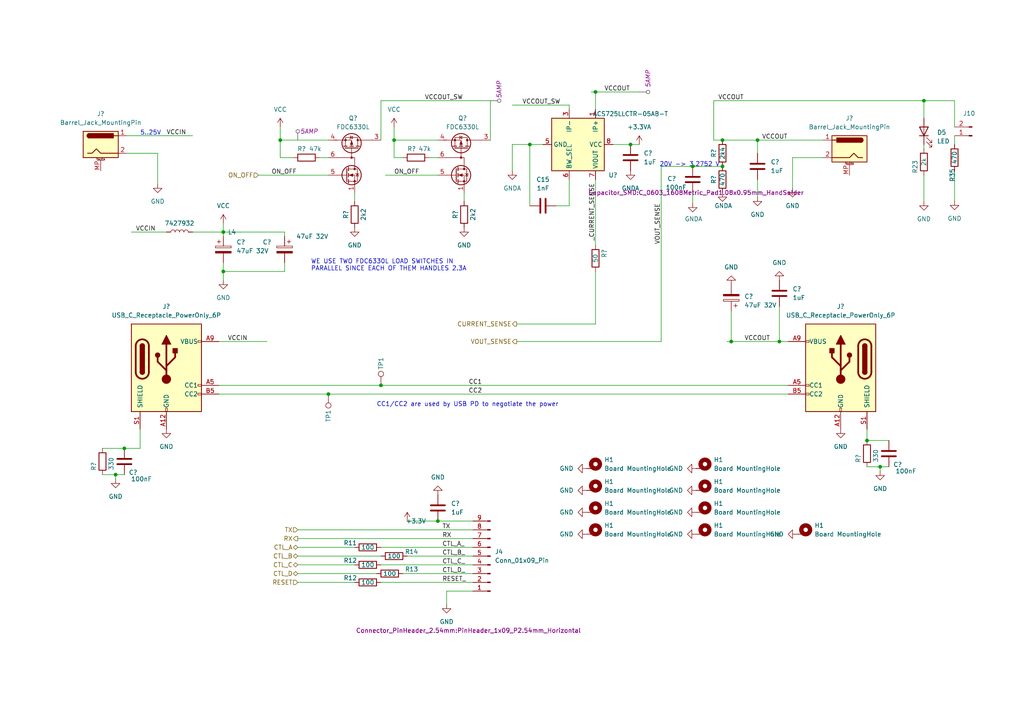
<source format=kicad_sch>
(kicad_sch (version 20230121) (generator eeschema)
  (paper "A4")
  (title_block (title "Board control") (date "2023-06-13") (rev "1.0.0") (company "Red Hat Inc.") (comment 1 "Emerging Technologies"))
  (lib_symbols
    (symbol "Connector:Barrel_Jack_MountingPin" (pin_names hide)
      (property "Reference" "J" (at 0 5.334 0))
      (property "Value" "Barrel_Jack_MountingPin" (at 1.27 -6.35 0))
      (symbol "Barrel_Jack_MountingPin_1_1"
        (text "Mounting" (at 0 -4.191 0) (effects (font (size 0.381 0.381))))
        (pin passive line (at 7.62 2.54 180) (length 2.54) (name "~") (number "1"))
        (pin passive line (at 7.62 -2.54 180) (length 2.54) (name "~") (number "2"))
        (pin passive line (at 0 -7.62 90) (length 3.048) (name "MountPin") (number "MP"))
      )
    )
    (symbol "Connector:Conn_01x02_Pin" (pin_names (offset 1.016) hide)
      (property "Reference" "J" (at 0 2.54 0))
      (property "Value" "Conn_01x02_Pin" (at 0 -5.08 0))
      (symbol "Conn_01x02_Pin_1_1"
        (pin passive line (at 5.08 0 180) (length 3.81) (name "Pin_1") (number "1"))
        (pin passive line (at 5.08 -2.54 180) (length 3.81) (name "Pin_2") (number "2"))
      )
    )
    (symbol "Connector:Conn_01x09_Pin" (pin_names (offset 1.016) hide)
      (property "Reference" "J" (at 0 12.7 0))
      (property "Value" "Conn_01x09_Pin" (at 0 -12.7 0))
      (symbol "Conn_01x09_Pin_1_1"
        (pin passive line (at 5.08 10.16 180) (length 3.81) (name "Pin_1") (number "1"))
        (pin passive line (at 5.08 7.62 180) (length 3.81) (name "Pin_2") (number "2"))
        (pin passive line (at 5.08 5.08 180) (length 3.81) (name "Pin_3") (number "3"))
        (pin passive line (at 5.08 2.54 180) (length 3.81) (name "Pin_4") (number "4"))
        (pin passive line (at 5.08 0 180) (length 3.81) (name "Pin_5") (number "5"))
        (pin passive line (at 5.08 -2.54 180) (length 3.81) (name "Pin_6") (number "6"))
        (pin passive line (at 5.08 -5.08 180) (length 3.81) (name "Pin_7") (number "7"))
        (pin passive line (at 5.08 -7.62 180) (length 3.81) (name "Pin_8") (number "8"))
        (pin passive line (at 5.08 -10.16 180) (length 3.81) (name "Pin_9") (number "9"))
      )
    )
    (symbol "Connector:TestPoint" (pin_numbers hide) (pin_names (offset 0.762) hide)
      (property "Reference" "TP" (at 0 6.858 0))
      (property "Value" "TestPoint" (at 0 5.08 0))
      (symbol "TestPoint_1_1"
        (pin passive line (at 0 0 90) (length 2.54) (name "1") (number "1"))
      )
    )
    (symbol "Connector:USB_C_Receptacle_PowerOnly_6P" (pin_names (offset 1.016))
      (property "Reference" "J" (at 0 16.51 0))
      (property "Value" "USB_C_Receptacle_PowerOnly_6P" (at 0 13.97 0))
      (symbol "USB_C_Receptacle_PowerOnly_6P_1_1"
        (pin passive line (at 0 -17.78 90) (length 5.08) (name "GND") (number "A12"))
        (pin bidirectional line (at 15.24 -5.08 180) (length 5.08) (name "CC1") (number "A5"))
        (pin passive line (at 15.24 7.62 180) (length 5.08) (name "VBUS") (number "A9"))
        (pin passive line (at 0 -17.78 90) (length 5.08) hide (name "GND") (number "B12"))
        (pin bidirectional line (at 15.24 -7.62 180) (length 5.08) (name "CC2") (number "B5"))
        (pin passive line (at 15.24 7.62 180) (length 5.08) hide (name "VBUS") (number "B9"))
        (pin passive line (at -7.62 -17.78 90) (length 5.08) (name "SHIELD") (number "S1"))
      )
    )
    (symbol "Device:C" (pin_numbers hide) (pin_names (offset 0.254))
      (property "Reference" "C" (at 0.635 2.54 0))
      (property "Value" "C" (at 0.635 -2.54 0))
      (symbol "C_1_1"
        (pin passive line (at 0 3.81 270) (length 2.794) (name "~") (number "1"))
        (pin passive line (at 0 -3.81 90) (length 2.794) (name "~") (number "2"))
      )
    )
    (symbol "Device:C_Polarized" (pin_numbers hide) (pin_names (offset 0.254))
      (property "Reference" "C" (at 0.635 2.54 0))
      (property "Value" "C_Polarized" (at 0.635 -2.54 0))
      (symbol "C_Polarized_1_1"
        (pin passive line (at 0 3.81 270) (length 2.794) (name "~") (number "1"))
        (pin passive line (at 0 -3.81 90) (length 2.794) (name "~") (number "2"))
      )
    )
    (symbol "Device:L" (pin_numbers hide) (pin_names (offset 1.016) hide)
      (property "Reference" "L" (at -1.27 0 90))
      (property "Value" "L" (at 1.905 0 90))
      (symbol "L_1_1"
        (pin passive line (at 0 3.81 270) (length 1.27) (name "1") (number "1"))
        (pin passive line (at 0 -3.81 90) (length 1.27) (name "2") (number "2"))
      )
    )
    (symbol "Device:LED" (pin_numbers hide) (pin_names (offset 1.016) hide)
      (property "Reference" "D" (at 0 2.54 0))
      (property "Value" "LED" (at 0 -2.54 0))
      (symbol "LED_1_1"
        (pin passive line (at -3.81 0 0) (length 2.54) (name "K") (number "1"))
        (pin passive line (at 3.81 0 180) (length 2.54) (name "A") (number "2"))
      )
    )
    (symbol "Device:R" (pin_numbers hide) (pin_names (offset 0))
      (property "Reference" "R" (at 2.032 0 90))
      (property "Value" "R" (at 0 0 90))
      (symbol "R_1_1"
        (pin passive line (at 0 3.81 270) (length 1.27) (name "~") (number "1"))
        (pin passive line (at 0 -3.81 90) (length 1.27) (name "~") (number "2"))
      )
    )
    (symbol "MountingHole_1" (pin_names (offset 1.016))
      (property "Reference" "H11" (at 2.54 1.27 0))
      (property "Value" "Board MountingHole" (at 2.54 -1.27 0))
      (symbol "MountingHole_1_1_1"
        (pin passive line (at -2.54 -1.27 0) (length 2.54) (name "") (number "1"))
      )
    )
    (symbol "MountingHole_10" (pin_names (offset 1.016))
      (property "Reference" "H14" (at 2.54 1.27 0))
      (property "Value" "Board MountingHole" (at 2.54 -1.27 0))
      (symbol "MountingHole_10_1_1"
        (pin passive line (at -2.54 -1.27 0) (length 2.54) (name "") (number "1"))
      )
    )
    (symbol "MountingHole_2" (pin_names (offset 1.016))
      (property "Reference" "H5" (at 2.54 1.27 0))
      (property "Value" "Board MountingHole" (at 2.54 -1.27 0))
      (symbol "MountingHole_2_1_1"
        (pin passive line (at -2.54 -1.27 0) (length 2.54) (name "") (number "1"))
      )
    )
    (symbol "MountingHole_3" (pin_names (offset 1.016))
      (property "Reference" "H6" (at 2.54 1.27 0))
      (property "Value" "Board MountingHole" (at 2.54 -1.27 0))
      (symbol "MountingHole_3_1_1"
        (pin passive line (at -2.54 -1.27 0) (length 2.54) (name "") (number "1"))
      )
    )
    (symbol "MountingHole_4" (pin_names (offset 1.016))
      (property "Reference" "H7" (at 2.54 1.27 0))
      (property "Value" "Board MountingHole" (at 2.54 -1.27 0))
      (symbol "MountingHole_4_1_1"
        (pin passive line (at -2.54 -1.27 0) (length 2.54) (name "") (number "1"))
      )
    )
    (symbol "MountingHole_5" (pin_names (offset 1.016))
      (property "Reference" "H8" (at 2.54 1.27 0))
      (property "Value" "Board MountingHole" (at 2.54 -1.27 0))
      (symbol "MountingHole_5_1_1"
        (pin passive line (at -2.54 -1.27 0) (length 2.54) (name "") (number "1"))
      )
    )
    (symbol "MountingHole_6" (pin_names (offset 1.016))
      (property "Reference" "H9" (at 2.54 1.27 0))
      (property "Value" "Board MountingHole" (at 2.54 -1.27 0))
      (symbol "MountingHole_6_1_1"
        (pin passive line (at -2.54 -1.27 0) (length 2.54) (name "") (number "1"))
      )
    )
    (symbol "MountingHole_7" (pin_names (offset 1.016))
      (property "Reference" "H10" (at 2.54 1.27 0))
      (property "Value" "Board MountingHole" (at 2.54 -1.27 0))
      (symbol "MountingHole_7_1_1"
        (pin passive line (at -2.54 -1.27 0) (length 2.54) (name "") (number "1"))
      )
    )
    (symbol "MountingHole_8" (pin_names (offset 1.016))
      (property "Reference" "H12" (at 2.54 1.27 0))
      (property "Value" "Board MountingHole" (at 2.54 -1.27 0))
      (symbol "MountingHole_8_1_1"
        (pin passive line (at -2.54 -1.27 0) (length 2.54) (name "") (number "1"))
      )
    )
    (symbol "Sensor_Current:ACS722xLCTR-20AU"
      (property "Reference" "U" (at 2.54 11.43 0))
      (property "Value" "ACS722xLCTR-20AU" (at 2.54 8.89 0))
      (symbol "ACS722xLCTR-20AU_1_1"
        (pin passive line (at -10.16 5.08 0) (length 2.54) (name "IP+") (number "1"))
        (pin passive line (at -10.16 5.08 0) (length 2.54) hide (name "IP+") (number "2"))
        (pin passive line (at -10.16 -2.54 0) (length 2.54) (name "IP-") (number "3"))
        (pin passive line (at -10.16 -2.54 0) (length 2.54) hide (name "IP-") (number "4"))
        (pin power_in line (at 0 -10.16 90) (length 2.54) (name "GND") (number "5"))
        (pin input line (at 10.16 -2.54 180) (length 2.54) (name "BW_SEL") (number "6"))
        (pin output line (at 10.16 5.08 180) (length 2.54) (name "VIOUT") (number "7"))
        (pin power_in line (at 0 10.16 270) (length 2.54) (name "VCC") (number "8"))
      )
    )
    (symbol "Transistor_FET:FDC6330L" (pin_names hide)
      (property "Reference" "Q" (at 3.175 -1.27 0))
      (property "Value" "FDC6330L" (at 3.175 -3.81 0))
      (symbol "FDC6330L_1_1"
        (pin passive line (at 0 -7.62 90) (length 2.54) (name "S1") (number "1"))
        (pin passive line (at 7.62 7.62 180) (length 2.54) hide (name "D2") (number "2"))
        (pin passive line (at 7.62 7.62 180) (length 2.54) (name "D2") (number "3"))
        (pin passive line (at -7.62 7.62 0) (length 2.54) (name "S2") (number "4"))
        (pin passive line (at -7.62 -2.54 0) (length 2.54) (name "G1") (number "5"))
        (pin passive line (at -7.62 2.54 0) (length 2.54) (name "D1") (number "6"))
      )
    )
    (symbol "power:+3.3V" (power) (pin_names (offset 0))
      (property "Value" "+3.3V" (at 0 3.556 0))
      (symbol "+3.3V_1_1"
        (pin power_in line (at 0 0 90) (length 0) hide (name "+3.3V") (number "1"))
      )
    )
    (symbol "power:+3.3VA" (power) (pin_names (offset 0))
      (property "Value" "+3.3VA" (at 0 3.556 0))
      (symbol "+3.3VA_1_1"
        (pin power_in line (at 0 0 90) (length 0) hide (name "+3.3VA") (number "1"))
      )
    )
    (symbol "power:GND" (power) (pin_names (offset 0))
      (property "Value" "GND" (at 0 -3.81 0))
      (symbol "GND_1_1"
        (pin power_in line (at 0 0 270) (length 0) hide (name "GND") (number "1"))
      )
    )
    (symbol "power:GNDA" (power) (pin_names (offset 0))
      (property "Value" "GNDA" (at 0 -3.81 0))
      (symbol "GNDA_1_1"
        (pin power_in line (at 0 0 270) (length 0) hide (name "GNDA") (number "1"))
      )
    )
    (symbol "power:VCC" (power) (pin_names (offset 0))
      (property "Value" "VCC" (at 0 3.81 0))
      (symbol "VCC_1_1"
        (pin power_in line (at 0 0 90) (length 0) hide (name "VCC") (number "1"))
      )
    )
  )
  (junction (at 172.72 26.67))
  (junction (at 114.3 40.64))
  (junction (at 255.27 135.382))
  (junction (at 267.97 29.21))
  (junction (at 95.25 114.3))
  (junction (at 251.46 127.762))
  (junction (at 110.49 111.76))
  (junction (at 64.77 78.74))
  (junction (at 226.06 99.06))
  (junction (at 81.28 40.64))
  (junction (at 209.55 48.26))
  (junction (at 200.914 48.26))
  (junction (at 127 151.13))
  (junction (at 212.09 99.06))
  (junction (at 219.71 40.64))
  (junction (at 64.77 67.31))
  (junction (at 33.528 137.668))
  (junction (at 153.67 41.91))
  (junction (at 182.88 41.91))
  (junction (at 36.068 130.048))
  (junction (at 209.55 40.64))
  (wire (pts (xy 110.49 29.21) (xy 142.24 29.21)))
  (wire (pts (xy 38.1 67.31) (xy 48.26 67.31)))
  (wire (pts (xy 177.8 41.91) (xy 182.88 41.91)))
  (wire (pts (xy 102.87 55.88) (xy 102.87 58.42)))
  (wire (pts (xy 29.718 137.668) (xy 33.528 137.668)))
  (wire (pts (xy 64.77 67.31) (xy 64.77 68.58)))
  (wire (pts (xy 171.45 26.67) (xy 172.72 26.67)))
  (wire (pts (xy 118.11 151.13) (xy 127 151.13)))
  (wire (pts (xy 86.36 163.83) (xy 102.87 163.83)))
  (wire (pts (xy 64.77 78.74) (xy 64.77 81.28)))
  (wire (pts (xy 36.068 130.048) (xy 40.64 130.048)))
  (wire (pts (xy 165.1 30.48) (xy 148.59 30.48)))
  (wire (pts (xy 33.528 137.668) (xy 36.068 137.668)))
  (wire (pts (xy 172.72 26.67) (xy 185.42 26.67)))
  (wire (pts (xy 182.88 41.91) (xy 185.42 41.91)))
  (wire (pts (xy 137.16 171.45) (xy 129.54 171.45)))
  (wire (pts (xy 86.36 156.21) (xy 137.16 156.21)))
  (wire (pts (xy 36.83 44.45) (xy 45.72 44.45)))
  (wire (pts (xy 63.5 99.06) (xy 77.47 99.06)))
  (wire (pts (xy 212.09 90.17) (xy 212.09 99.06)))
  (wire (pts (xy 276.86 39.37) (xy 276.86 41.91)))
  (wire (pts (xy 64.77 76.2) (xy 64.77 78.74)))
  (wire (pts (xy 111.76 50.8) (xy 127 50.8)))
  (wire (pts (xy 276.86 36.83) (xy 276.86 29.21)))
  (wire (pts (xy 81.28 40.64) (xy 81.28 36.83)))
  (wire (pts (xy 55.88 67.31) (xy 64.77 67.31)))
  (wire (pts (xy 207.01 29.21) (xy 207.01 40.64)))
  (wire (pts (xy 207.01 29.21) (xy 267.97 29.21)))
  (wire (pts (xy 276.86 58.293) (xy 276.86 49.53)))
  (wire (pts (xy 81.28 45.72) (xy 81.28 40.64)))
  (wire (pts (xy 267.97 34.29) (xy 267.97 29.21)))
  (wire (pts (xy 212.09 99.06) (xy 226.06 99.06)))
  (wire (pts (xy 86.36 161.29) (xy 110.49 161.29)))
  (wire (pts (xy 45.72 44.45) (xy 45.72 53.34)))
  (wire (pts (xy 110.49 40.64) (xy 110.49 29.21)))
  (wire (pts (xy 172.72 52.07) (xy 172.72 71.12)))
  (wire (pts (xy 153.67 41.91) (xy 153.67 59.69)))
  (wire (pts (xy 33.528 137.668) (xy 33.528 138.938)))
  (wire (pts (xy 134.62 55.88) (xy 134.62 58.42)))
  (wire (pts (xy 114.3 45.72) (xy 114.3 40.64)))
  (wire (pts (xy 63.5 114.3) (xy 95.25 114.3)))
  (wire (pts (xy 255.27 135.382) (xy 255.27 136.652)))
  (wire (pts (xy 124.46 45.72) (xy 127 45.72)))
  (wire (pts (xy 209.55 48.26) (xy 200.914 48.26)))
  (wire (pts (xy 157.48 41.91) (xy 153.67 41.91)))
  (wire (pts (xy 129.54 171.45) (xy 129.54 175.26)))
  (wire (pts (xy 114.3 36.83) (xy 114.3 40.64)))
  (wire (pts (xy 74.93 50.8) (xy 95.25 50.8)))
  (wire (pts (xy 191.77 99.06) (xy 149.86 99.06)))
  (wire (pts (xy 118.11 161.29) (xy 137.16 161.29)))
  (wire (pts (xy 267.97 50.8) (xy 267.97 58.42)))
  (wire (pts (xy 191.77 48.26) (xy 200.914 48.26)))
  (wire (pts (xy 207.01 40.64) (xy 209.55 40.64)))
  (wire (pts (xy 110.49 111.76) (xy 228.6 111.76)))
  (wire (pts (xy 40.64 124.46) (xy 40.64 130.048)))
  (wire (pts (xy 219.71 40.64) (xy 238.76 40.64)))
  (wire (pts (xy 165.1 31.75) (xy 165.1 30.48)))
  (wire (pts (xy 86.36 168.91) (xy 102.87 168.91)))
  (wire (pts (xy 267.97 41.91) (xy 267.97 43.18)))
  (wire (pts (xy 82.55 68.58) (xy 82.55 67.31)))
  (wire (pts (xy 116.84 45.72) (xy 114.3 45.72)))
  (wire (pts (xy 116.84 166.37) (xy 137.16 166.37)))
  (wire (pts (xy 219.71 52.07) (xy 219.71 57.15)))
  (wire (pts (xy 172.72 26.67) (xy 172.72 31.75)))
  (wire (pts (xy 191.77 48.26) (xy 191.77 99.06)))
  (wire (pts (xy 29.718 130.048) (xy 36.068 130.048)))
  (wire (pts (xy 64.77 78.74) (xy 82.55 78.74)))
  (wire (pts (xy 255.27 135.382) (xy 257.81 135.382)))
  (wire (pts (xy 114.3 40.64) (xy 127 40.64)))
  (wire (pts (xy 82.55 67.31) (xy 64.77 67.31)))
  (wire (pts (xy 148.59 41.91) (xy 148.59 49.53)))
  (wire (pts (xy 172.72 93.98) (xy 172.72 78.74)))
  (wire (pts (xy 36.83 39.37) (xy 55.88 39.37)))
  (wire (pts (xy 251.46 124.46) (xy 251.46 127.762)))
  (wire (pts (xy 200.914 58.928) (xy 200.914 55.88)))
  (wire (pts (xy 219.71 40.64) (xy 219.71 44.45)))
  (wire (pts (xy 153.67 41.91) (xy 148.59 41.91)))
  (wire (pts (xy 251.46 127.762) (xy 257.81 127.762)))
  (wire (pts (xy 142.24 29.21) (xy 142.24 40.64)))
  (wire (pts (xy 85.09 45.72) (xy 81.28 45.72)))
  (wire (pts (xy 63.5 111.76) (xy 110.49 111.76)))
  (wire (pts (xy 81.28 40.64) (xy 95.25 40.64)))
  (wire (pts (xy 238.76 45.72) (xy 229.87 45.72)))
  (wire (pts (xy 110.49 163.83) (xy 137.16 163.83)))
  (wire (pts (xy 210.82 99.06) (xy 212.09 99.06)))
  (wire (pts (xy 92.71 45.72) (xy 95.25 45.72)))
  (wire (pts (xy 64.77 64.77) (xy 64.77 67.31)))
  (wire (pts (xy 226.06 88.9) (xy 226.06 99.06)))
  (wire (pts (xy 110.49 168.91) (xy 137.16 168.91)))
  (wire (pts (xy 149.86 93.98) (xy 172.72 93.98)))
  (wire (pts (xy 276.86 29.21) (xy 267.97 29.21)))
  (wire (pts (xy 251.46 135.382) (xy 255.27 135.382)))
  (wire (pts (xy 95.25 114.3) (xy 228.6 114.3)))
  (wire (pts (xy 86.36 158.75) (xy 102.87 158.75)))
  (wire (pts (xy 86.36 166.37) (xy 109.22 166.37)))
  (wire (pts (xy 127 151.13) (xy 137.16 151.13)))
  (wire (pts (xy 82.55 76.2) (xy 82.55 78.74)))
  (wire (pts (xy 228.6 99.06) (xy 226.06 99.06)))
  (wire (pts (xy 110.49 158.75) (xy 137.16 158.75)))
  (wire (pts (xy 161.29 59.69) (xy 165.1 59.69)))
  (wire (pts (xy 229.87 45.72) (xy 229.87 54.61)))
  (wire (pts (xy 86.36 153.67) (xy 137.16 153.67)))
  (wire (pts (xy 165.1 59.69) (xy 165.1 52.07)))
  (wire (pts (xy 209.55 40.64) (xy 219.71 40.64)))
  (text "WE USE TWO FDC6330L LOAD SWITCHES IN\nPARALLEL SINCE EACH OF THEM HANDLES 2.3A" (at 90.17 78.74 0) (effects (font (size 1.27 1.27)) (justify left bottom)))
  (text "5..25V" (at 40.64 39.37 0) (effects (font (size 1.27 1.27)) (justify left bottom)))
  (text "CC1/CC2 are used by USB PD to negotiate the power\n" (at 109.22 118.11 0) (effects (font (size 1.27 1.27)) (justify left bottom)))
  (text "20V -> 3,2752 V" (at 191.262 48.514 0) (effects (font (size 1.27 1.27)) (justify left bottom)))
  (label "CTL_A_" (at 128.27 158.75 0))
  (label "VCCIN" (at 39.37 67.31 0))
  (label "VCCOUT" (at 215.9 99.06 0))
  (label "VCCOUT" (at 175.26 26.67 0))
  (label "CTL_C_" (at 128.27 163.83 0))
  (label "CTL_B_" (at 128.27 161.29 0))
  (label "VCCOUT_SW" (at 162.56 30.48 180))
  (label "RESET_" (at 128.27 168.91 0))
  (label "TX" (at 128.27 153.67 0))
  (label "RX" (at 128.27 156.21 0))
  (label "VCCOUT" (at 220.98 40.64 0))
  (label "VCCOUT" (at 208.28 29.21 0))
  (label "_CURRENT_SENSE" (at 172.72 69.85 90))
  (label "VCCIN" (at 48.26 39.37 0))
  (label "ON_OFF" (at 114.3 50.8 0))
  (label "CC2" (at 135.89 114.3 0))
  (label "CTL_D_" (at 128.27 166.37 0))
  (label "ON_OFF" (at 78.74 50.8 0))
  (label "VCCIN" (at 66.04 99.06 0))
  (label "VOUT_SENSE" (at 191.77 70.866 90))
  (label "VCCOUT_SW" (at 123.19 29.21 0))
  (label "CC1" (at 135.89 111.76 0))
  (hierarchical_label "CTL_A" (shape bidirectional) (at 86.36 158.75 180))
  (hierarchical_label "CTL_C" (shape bidirectional) (at 86.36 163.83 180))
  (hierarchical_label "RESET" (shape input) (at 86.36 168.91 180))
  (hierarchical_label "CTL_D" (shape bidirectional) (at 86.36 166.37 180))
  (hierarchical_label "CURRENT_SENSE" (shape output) (at 149.86 93.98 180))
  (hierarchical_label "CTL_B" (shape bidirectional) (at 86.36 161.29 180))
  (hierarchical_label "TX" (shape input) (at 86.36 153.67 180))
  (hierarchical_label "VOUT_SENSE" (shape output) (at 149.86 99.06 180))
  (hierarchical_label "RX" (shape output) (at 86.36 156.21 180))
  (hierarchical_label "ON_OFF" (shape input) (at 74.93 50.8 180))
  (netclass_flag "" (length 2.54) (shape round) (at 86.36 40.64 0) (property "Netclass" "5AMP" (at 87.0585 38.1 0) (effects (font italic) (justify left))))
  (netclass_flag "" (length 2.54) (shape round) (at 142.24 29.21 270) (property "Netclass" "5AMP" (at 144.78 28.5115 90) (effects (font italic) (justify left))))
  (netclass_flag "" (length 2.54) (shape round) (at 185.42 26.67 270) (property "Netclass" "5AMP" (at 187.96 25.4 90) (effects (font italic) (justify left))))
  (symbol (lib_id "power:+3.3V") (at 118.11 151.13 0) (unit 1)
    (property "Reference" "#PWR027" (effects hide))
    (property "Value" "+3.3V" (at 120.65 151.13 0))
    (instances (project "dutlink" (path "" (reference "#PWR027") (unit 1)) (path "" (reference "#PWR098") (unit 1))))
  )
  (symbol (lib_id "power:GND") (at 243.84 124.46 0) (unit 1)
    (property "Reference" "#PWR?" (effects hide))
    (property "Value" "GND" (at 243.84 129.54 0))
    (instances (project "dutlink" (path "" (reference "#PWR?") (unit 1)) (path "" (reference "#PWR044") (unit 1))))
  )
  (symbol (lib_id "Device:C_Polarized") (at 82.55 72.39 0) (mirror y) (unit 1)
    (property "Reference" "C?" (at 78.74 70.231 0) (effects (justify left)))
    (property "Value" "47uF 32V" (at 95.25 68.58 0) (effects (justify left)))
    (property "Footprint" "Capacitor_SMD:CP_Elec_6.3x5.4_Nichicon" (effects hide))
    (instances (project "dutlink" (path "" (reference "C?") (unit 1)) (path "" (reference "C27") (unit 1))))
  )
  (symbol (lib_id "Connector:TestPoint") (at 95.25 114.3 180) (unit 1)
    (property "Reference" "TP1" (at 95.25 120.65 90))
    (property "Value" "TestPoint" (effects hide))
    (property "Footprint" "TestPoint:TestPoint_Pad_D1.0mm" (effects hide))
    (instances (project "dutlink" (path "" (reference "TP1") (unit 1)) (path "" (reference "TP13") (unit 1))))
  )
  (symbol (lib_id "Device:R") (at 113.03 166.37 90) (unit 1)
    (property "Reference" "R13" (at 119.38 165.1 90))
    (property "Value" "100" (at 113.03 166.37 90))
    (property "Footprint" "Resistor_SMD:R_0603_1608Metric" (effects hide))
  )
  (symbol (lib_id "power:GNDA") (at 209.55 55.88 0) (unit 1)
    (property "Reference" "#PWR?" (effects hide))
    (property "Value" "GNDA" (at 209.804 59.69 0))
    (instances (project "dutlink" (path "" (reference "#PWR?") (unit 1)) (path "" (reference "#PWR024") (unit 1))))
  )
  (symbol (lib_id "power:GND") (at 134.62 66.04 0) (unit 1)
    (property "Reference" "#PWR?" (effects hide))
    (property "Value" "GND" (at 134.62 71.12 0))
    (instances (project "dutlink" (path "" (reference "#PWR?") (unit 1)) (path "" (reference "#PWR020") (unit 1))))
  )
  (symbol (lib_id "Device:C") (at 226.06 85.09 0) (unit 1)
    (property "Reference" "C?" (at 229.87 83.82 0) (effects (justify left)))
    (property "Value" "1uF" (at 229.87 86.36 0) (effects (justify left)))
    (property "Footprint" "Capacitor_SMD:C_0603_1608Metric_Pad1.08x0.95mm_HandSolder" (effects hide))
    (instances (project "dutlink" (path "" (reference "C?") (unit 1)) (path "" (reference "C12") (unit 1))))
  )
  (symbol (lib_id "Connector:Conn_01x02_Pin") (at 281.94 39.37 180) (unit 1)
    (property "Reference" "J10" (at 279.273 32.893 0) (effects (justify right)))
    (property "Value" "Conn_01x02_Pin" (effects hide))
    (property "Footprint" "Connector_PinHeader_2.54mm:PinHeader_1x02_P2.54mm_Vertical" (effects hide))
    (instances (project "dutlink" (path "" (reference "J10") (unit 1)) (path "" (reference "J16") (unit 1))))
  )
  (symbol (lib_id "Device:R") (at 209.55 44.45 180) (unit 1)
    (property "Reference" "R?" (at 207.01 44.45 90))
    (property "Value" "2k4" (at 209.55 44.45 90))
    (property "Footprint" "Resistor_SMD:R_0603_1608Metric" (effects hide))
    (instances (project "dutlink" (path "" (reference "R?") (unit 1)) (path "" (reference "R8") (unit 1))))
  )
  (symbol (lib_name "MountingHole_4") (lib_id "Mechanical:MountingHole") (at 172.72 153.67 0) (unit 1)
    (property "Reference" "H1" (at 175.26 152.4 0) (effects (justify left)))
    (property "Value" "Board MountingHole" (at 175.26 154.94 0) (effects (justify left)))
    (property "Footprint" "MountingHole:MountingHole_2.7mm_M2.5_Pad_Via" (effects hide))
    (instances (project "dutlink" (path "" (reference "H1") (unit 1)) (path "" (reference "H7") (unit 1))))
  )
  (symbol (lib_id "power:VCC") (at 114.3 36.83 0) (unit 1)
    (property "Reference" "#PWR?" (effects hide))
    (property "Value" "VCC" (at 114.3 31.75 0))
    (instances (project "dutlink" (path "" (reference "#PWR?") (unit 1)) (path "" (reference "#PWR019") (unit 1))))
  )
  (symbol (lib_name "MountingHole_1") (lib_id "Mechanical:MountingHole") (at 172.72 134.62 0) (unit 1)
    (property "Reference" "H1" (at 175.26 133.35 0) (effects (justify left)))
    (property "Value" "Board MountingHole" (at 175.26 135.89 0) (effects (justify left)))
    (property "Footprint" "MountingHole:MountingHole_2.7mm_M2.5_Pad_Via" (effects hide))
    (instances (project "dutlink" (path "" (reference "H1") (unit 1)) (path "" (reference "H11") (unit 1))))
  )
  (symbol (lib_id "Transistor_FET:FDC6330L") (at 102.87 48.26 0) (unit 1)
    (property "Reference" "Q?" (at 102.4255 34.29 0))
    (property "Value" "FDC6330L" (at 102.4255 36.83 0))
    (property "Footprint" "Package_TO_SOT_SMD:TSOT-23-6" (effects hide))
    (property "Datasheet" "https://www.onsemi.com/pub/Collateral/FDC6330L-D.PDF" (effects hide))
    (instances (project "dutlink" (path "" (reference "Q?") (unit 1)) (path "" (reference "Q1") (unit 1))))
  )
  (symbol (lib_id "Device:L") (at 52.07 67.31 90) (unit 1)
    (property "Reference" "L4" (at 67.31 67.31 90))
    (property "Value" "7427932" (at 52.07 64.77 90))
    (property "Footprint" "FOOTPRINTS:7427932" (effects hide))
    (property "Datasheet" "https://www.we-online.com/components/products/datasheet/7427932.pdf" (effects hide))
    (property "Description" "Wurth 7427932 Inductor" (effects hide))
    (property "Link" "https://www2.mouser.com/ProductDetail/Wurth-Elektronik/7427932?qs=E%2F%2FhvbtCqpMraVkI3KrIPA%3D%3D" (effects hide))
    (property "MFN" "7427932" (effects hide))
    (property "MPN" "7427932" (effects hide))
    (instances (project "dutlink" (path "" (reference "L4") (unit 1)) (path "" (reference "L2") (unit 1))))
  )
  (symbol (lib_name "MountingHole_5") (lib_id "Mechanical:MountingHole") (at 204.47 134.62 0) (unit 1)
    (property "Reference" "H1" (at 207.01 133.35 0) (effects (justify left)))
    (property "Value" "Board MountingHole" (at 207.01 135.89 0) (effects (justify left)))
    (property "Footprint" "MountingHole:MountingHole_2.7mm_M2.5_Pad_Via" (effects hide))
    (instances (project "dutlink" (path "" (reference "H1") (unit 1)) (path "" (reference "H8") (unit 1))))
  )
  (symbol (lib_id "power:GND") (at 226.06 81.28 180) (unit 1)
    (property "Reference" "#PWR?" (effects hide))
    (property "Value" "GND" (at 226.06 76.2 0))
    (instances (project "dutlink" (path "" (reference "#PWR?") (unit 1)) (path "" (reference "#PWR042") (unit 1))))
  )
  (symbol (lib_id "power:GND") (at 33.528 138.938 0) (unit 1)
    (property "Reference" "#PWR079" (effects hide))
    (property "Value" "GND" (at 33.528 144.018 0))
    (instances (project "dutlink" (path "" (reference "#PWR079") (unit 1)) (path "" (reference "#PWR0100") (unit 1))))
  )
  (symbol (lib_name "MountingHole_10") (lib_id "Mechanical:MountingHole") (at 233.68 153.67 0) (unit 1)
    (property "Reference" "H1" (at 236.22 152.4 0) (effects (justify left)))
    (property "Value" "Board MountingHole" (at 236.22 154.94 0) (effects (justify left)))
    (property "Footprint" "MountingHole:MountingHole_2.7mm_M2.5_Pad_Via" (effects hide))
    (instances (project "dutlink" (path "" (reference "H1") (unit 1)) (path "" (reference "H14") (unit 1))))
  )
  (symbol (lib_id "Transistor_FET:FDC6330L") (at 134.62 48.26 0) (unit 1)
    (property "Reference" "Q?" (at 134.1755 34.29 0))
    (property "Value" "FDC6330L" (at 134.1755 36.83 0))
    (property "Footprint" "Package_TO_SOT_SMD:TSOT-23-6" (effects hide))
    (property "Datasheet" "https://www.onsemi.com/pub/Collateral/FDC6330L-D.PDF" (effects hide))
    (instances (project "dutlink" (path "" (reference "Q?") (unit 1)) (path "" (reference "Q2") (unit 1))))
  )
  (symbol (lib_id "power:GND") (at 201.93 148.59 270) (unit 1)
    (property "Reference" "#PWR?" (effects hide))
    (property "Value" "GND" (at 198.12 148.59 90) (effects (justify right)))
    (instances (project "dutlink" (path "" (reference "#PWR?") (unit 1)) (path "" (reference "#PWR086") (unit 1))))
  )
  (symbol (lib_id "Connector:USB_C_Receptacle_PowerOnly_6P") (at 48.26 106.68 0) (unit 1)
    (property "Reference" "J?" (at 48.26 88.9 0))
    (property "Value" "USB_C_Receptacle_PowerOnly_6P" (at 48.26 91.44 0))
    (property "Footprint" "FOOTPRINTS:USB_C_Receptacle_G-Switch_GT-USB-7010ASV_fix" (effects hide))
    (property "Datasheet" "https://www.usb.org/sites/default/files/documents/usb_type-c.zip" (effects hide))
    (instances (project "dutlink" (path "" (reference "J?") (unit 1)) (path "" (reference "J1") (unit 1))))
  )
  (symbol (lib_id "Device:C") (at 257.81 131.572 0) (unit 1)
    (property "Reference" "C?" (at 259.08 134.747 0) (effects (justify left)))
    (property "Value" "100nF" (at 259.715 136.652 0) (effects (justify left)))
    (property "Footprint" "Capacitor_SMD:C_0402_1005Metric" (effects hide))
    (property "MPN" "CL05B104K05NNNC" (effects hide))
    (property "MPN2" "TCC0402X7R104M160AT" (effects hide))
    (property "MFN" "CL10B104KB8NNNC" (effects hide))
    (instances (project "dutlink" (path "" (reference "C?") (unit 1)) (path "" (reference "C34") (unit 1)) (path "" (reference "C23") (unit 1))))
  )
  (symbol (lib_id "power:GND") (at 45.72 53.34 0) (unit 1)
    (property "Reference" "#PWR?" (effects hide))
    (property "Value" "GND" (at 45.72 58.42 0))
    (instances (project "dutlink" (path "" (reference "#PWR?") (unit 1)) (path "" (reference "#PWR01") (unit 1))))
  )
  (symbol (lib_id "Device:R") (at 267.97 46.99 180) (unit 1)
    (property "Reference" "R23" (at 265.43 48.387 90))
    (property "Value" "2k" (at 267.97 46.99 90))
    (property "Footprint" "Resistor_SMD:R_0603_1608Metric" (effects hide))
    (instances (project "dutlink" (path "" (reference "R23") (unit 1)) (path "" (reference "R24") (unit 1))))
  )
  (symbol (lib_name "MountingHole_2") (lib_id "Mechanical:MountingHole") (at 172.72 140.97 0) (unit 1)
    (property "Reference" "H1" (at 175.26 139.7 0) (effects (justify left)))
    (property "Value" "Board MountingHole" (at 175.26 142.24 0) (effects (justify left)))
    (property "Footprint" "MountingHole:MountingHole_2.7mm_M2.5_Pad_Via" (effects hide))
    (instances (project "dutlink" (path "" (reference "H1") (unit 1)) (path "" (reference "H5") (unit 1))))
  )
  (symbol (lib_id "Device:R") (at 88.9 45.72 90) (unit 1)
    (property "Reference" "R?" (at 87.503 43.18 90))
    (property "Value" "47k" (at 91.44 43.18 90))
    (property "Footprint" "Resistor_SMD:R_0603_1608Metric" (effects hide))
    (instances (project "dutlink" (path "" (reference "R?") (unit 1)) (path "" (reference "R3") (unit 1))))
  )
  (symbol (lib_id "Device:R") (at 29.718 133.858 180) (unit 1)
    (property "Reference" "R?" (at 27.178 135.255 90))
    (property "Value" "330" (at 32.258 134.493 90))
    (property "Footprint" "Resistor_SMD:R_0402_1005Metric" (effects hide))
    (property "MFN" "RTT02331JTH" (effects hide))
    (property "MPN" "RTT02331JTH" (effects hide))
    (instances (project "dutlink" (path "" (reference "R?") (unit 1)) (path "" (reference "R17") (unit 1)) (path "" (reference "R114") (unit 1))))
  )
  (symbol (lib_id "power:GND") (at 229.87 54.61 0) (mirror y) (unit 1)
    (property "Reference" "#PWR?" (effects hide))
    (property "Value" "GND" (at 229.87 59.69 0))
    (instances (project "dutlink" (path "" (reference "#PWR?") (unit 1)) (path "" (reference "#PWR026") (unit 1))))
  )
  (symbol (lib_id "power:VCC") (at 64.77 64.77 0) (unit 1)
    (property "Reference" "#PWR?" (effects hide))
    (property "Value" "VCC" (at 64.77 59.69 0))
    (instances (project "dutlink" (path "" (reference "#PWR?") (unit 1)) (path "" (reference "#PWR02") (unit 1))))
  )
  (symbol (lib_id "power:GND") (at 201.93 135.89 270) (unit 1)
    (property "Reference" "#PWR?" (effects hide))
    (property "Value" "GND" (at 198.12 135.89 90) (effects (justify right)))
    (instances (project "dutlink" (path "" (reference "#PWR?") (unit 1)) (path "" (reference "#PWR084") (unit 1))))
  )
  (symbol (lib_id "Device:C") (at 200.914 52.07 0) (unit 1)
    (property "Reference" "C?" (at 193.548 51.816 0) (effects (justify left)))
    (property "Value" "100nF" (at 193.04 54.356 0) (effects (justify left)))
    (property "Footprint" "Capacitor_SMD:C_0603_1608Metric_Pad1.08x0.95mm_HandSolder" (at 201.8792 55.88 0))
    (instances (project "dutlink" (path "" (reference "C?") (unit 1)) (path "" (reference "C13") (unit 1))))
  )
  (symbol (lib_id "Device:C") (at 182.88 45.72 0) (unit 1)
    (property "Reference" "C?" (at 186.69 44.45 0) (effects (justify left)))
    (property "Value" "1uF" (at 186.69 46.99 0) (effects (justify left)))
    (property "Footprint" "Capacitor_SMD:C_0603_1608Metric_Pad1.08x0.95mm_HandSolder" (effects hide))
    (instances (project "dutlink" (path "" (reference "C?") (unit 1)) (path "" (reference "C6") (unit 1))))
  )
  (symbol (lib_id "Device:R") (at 209.55 52.07 180) (unit 1)
    (property "Reference" "R?" (at 207.01 52.07 90))
    (property "Value" "470" (at 209.55 52.07 90))
    (property "Footprint" "Resistor_SMD:R_0603_1608Metric" (effects hide))
    (instances (project "dutlink" (path "" (reference "R?") (unit 1)) (path "" (reference "R9") (unit 1))))
  )
  (symbol (lib_id "power:GND") (at 127 143.51 180) (unit 1)
    (property "Reference" "#PWR?" (effects hide))
    (property "Value" "GND" (at 127 138.43 0))
    (instances (project "dutlink" (path "" (reference "#PWR?") (unit 1)) (path "" (reference "#PWR099") (unit 1))))
  )
  (symbol (lib_id "Connector:TestPoint") (at 110.49 111.76 0) (unit 1)
    (property "Reference" "TP1" (at 110.49 105.41 90))
    (property "Value" "TestPoint" (effects hide))
    (property "Footprint" "TestPoint:TestPoint_Pad_D1.0mm" (effects hide))
    (instances (project "dutlink" (path "" (reference "TP1") (unit 1)) (path "" (reference "TP12") (unit 1))))
  )
  (symbol (lib_id "Device:R") (at 172.72 74.93 0) (unit 1)
    (property "Reference" "R?" (at 175.26 73.533 90))
    (property "Value" "50" (at 172.72 74.93 90))
    (property "Footprint" "Resistor_SMD:R_0603_1608Metric" (effects hide))
    (instances (project "dutlink" (path "" (reference "R?") (unit 1)) (path "" (reference "R7") (unit 1))))
  )
  (symbol (lib_id "Connector:Conn_01x09_Pin") (at 142.24 161.29 180) (unit 1)
    (property "Reference" "J4" (at 143.51 160.02 0) (effects (justify right)))
    (property "Value" "Conn_01x09_Pin" (at 143.51 162.56 0) (effects (justify right)))
    (property "Footprint" "Connector_PinHeader_2.54mm:PinHeader_1x09_P2.54mm_Horizontal" (at 135.89 182.88 0))
  )
  (symbol (lib_id "Connector:Barrel_Jack_MountingPin") (at 29.21 41.91 0) (unit 1)
    (property "Reference" "J?" (at 29.21 33.02 0))
    (property "Value" "Barrel_Jack_MountingPin" (at 29.21 35.56 0))
    (property "Footprint" "Connector_BarrelJack:BarrelJack_Horizontal" (effects hide))
    (instances (project "dutlink" (path "" (reference "J?") (unit 1)) (path "" (reference "J2") (unit 1))))
  )
  (symbol (lib_id "power:VCC") (at 81.28 36.83 0) (unit 1)
    (property "Reference" "#PWR?" (effects hide))
    (property "Value" "VCC" (at 81.28 31.75 0))
    (instances (project "dutlink" (path "" (reference "#PWR?") (unit 1)) (path "" (reference "#PWR04") (unit 1))))
  )
  (symbol (lib_id "power:GNDA") (at 182.88 49.53 0) (unit 1)
    (property "Reference" "#PWR?" (effects hide))
    (property "Value" "GNDA" (at 182.88 54.61 0))
    (instances (project "dutlink" (path "" (reference "#PWR?") (unit 1)) (path "" (reference "#PWR022") (unit 1))))
  )
  (symbol (lib_id "power:GND") (at 231.14 154.94 270) (unit 1)
    (property "Reference" "#PWR?" (effects hide))
    (property "Value" "GND" (at 227.33 154.94 90) (effects (justify right)))
    (instances (project "dutlink" (path "" (reference "#PWR?") (unit 1)) (path "" (reference "#PWR082") (unit 1))))
  )
  (symbol (lib_id "Sensor_Current:ACS722xLCTR-20AU") (at 167.64 41.91 270) (unit 1)
    (property "Reference" "U?" (at 177.8 50.8 90))
    (property "Value" "ACS725LLCTR-05AB-T" (at 182.88 33.02 90))
    (property "Footprint" "Package_SO:SOIC-8_3.9x4.9mm_P1.27mm" (effects hide))
    (property "Datasheet" "http://www.allegromicro.com/~/media/Files/Datasheets/ACS722-Datasheet.ashx?la=en" (effects hide))
    (instances (project "dutlink" (path "" (reference "U?") (unit 1)) (path "" (reference "U4") (unit 1))))
  )
  (symbol (lib_id "power:GND") (at 102.87 66.04 0) (unit 1)
    (property "Reference" "#PWR?" (effects hide))
    (property "Value" "GND" (at 102.87 71.12 0))
    (instances (project "dutlink" (path "" (reference "#PWR?") (unit 1)) (path "" (reference "#PWR018") (unit 1))))
  )
  (symbol (lib_id "Connector:Barrel_Jack_MountingPin") (at 246.38 43.18 0) (mirror y) (unit 1)
    (property "Reference" "J?" (at 246.38 34.29 0))
    (property "Value" "Barrel_Jack_MountingPin" (at 246.38 36.83 0))
    (property "Footprint" "Connector_BarrelJack:BarrelJack_Horizontal" (effects hide))
    (instances (project "dutlink" (path "" (reference "J?") (unit 1)) (path "" (reference "J3") (unit 1))))
  )
  (symbol (lib_id "Device:R") (at 106.68 168.91 90) (unit 1)
    (property "Reference" "R12" (at 101.6 167.64 90))
    (property "Value" "100" (at 106.68 168.91 90))
    (property "Footprint" "Resistor_SMD:R_0603_1608Metric" (effects hide))
    (instances (project "dutlink" (path "" (reference "R12") (unit 1)) (path "" (reference "R31") (unit 1))))
  )
  (symbol (lib_id "power:GND") (at 64.77 81.28 0) (unit 1)
    (property "Reference" "#PWR?" (effects hide))
    (property "Value" "GND" (at 64.77 86.36 0))
    (instances (project "dutlink" (path "" (reference "#PWR?") (unit 1)) (path "" (reference "#PWR03") (unit 1))))
  )
  (symbol (lib_id "Device:C") (at 219.71 48.26 0) (unit 1)
    (property "Reference" "C?" (at 223.52 46.99 0) (effects (justify left)))
    (property "Value" "1uF" (at 223.52 49.53 0) (effects (justify left)))
    (property "Footprint" "Capacitor_SMD:C_0603_1608Metric_Pad1.08x0.95mm_HandSolder" (effects hide))
    (instances (project "dutlink" (path "" (reference "C?") (unit 1)) (path "" (reference "C11") (unit 1))))
  )
  (symbol (lib_id "power:GND") (at 170.18 135.89 270) (unit 1)
    (property "Reference" "#PWR?" (effects hide))
    (property "Value" "GND" (at 166.37 135.89 90) (effects (justify right)))
    (instances (project "dutlink" (path "" (reference "#PWR?") (unit 1)) (path "" (reference "#PWR088") (unit 1))))
  )
  (symbol (lib_id "power:GND") (at 255.27 136.652 0) (unit 1)
    (property "Reference" "#PWR079" (effects hide))
    (property "Value" "GND" (at 255.27 141.732 0))
    (instances (project "dutlink" (path "" (reference "#PWR079") (unit 1)) (path "" (reference "#PWR0101") (unit 1))))
  )
  (symbol (lib_id "Device:LED") (at 267.97 38.1 90) (unit 1)
    (property "Reference" "D5" (at 271.78 38.4175 90) (effects (justify right)))
    (property "Value" "LED" (at 271.78 40.9575 90) (effects (justify right)))
    (property "Footprint" "LED_SMD:LED_0603_1608Metric" (effects hide))
    (instances (project "dutlink" (path "" (reference "D5") (unit 1)) (path "" (reference "D6") (unit 1))))
  )
  (symbol (lib_id "Device:C") (at 157.48 59.69 270) (unit 1)
    (property "Reference" "C15" (at 157.48 52.07 90))
    (property "Value" "1nF" (at 157.48 54.61 90))
    (property "Footprint" "Capacitor_SMD:C_0603_1608Metric_Pad1.08x0.95mm_HandSolder" (effects hide))
    (instances (project "dutlink" (path "" (reference "C15") (unit 1)) (path "" (reference "C32") (unit 1))))
  )
  (symbol (lib_id "Device:R") (at 276.86 45.72 180) (unit 1)
    (property "Reference" "R35" (at 276.225 50.8 90))
    (property "Value" "470" (at 276.86 45.72 90))
    (property "Footprint" "Resistor_SMD:R_0402_1005Metric" (effects hide))
    (property "MFN" "RTT02471JTH" (effects hide))
    (property "MPN" "RTT02471JTH" (effects hide))
    (instances (project "dutlink" (path "" (reference "R35") (unit 1)) (path "" (reference "R39") (unit 1))))
  )
  (symbol (lib_id "power:GND") (at 170.18 148.59 270) (unit 1)
    (property "Reference" "#PWR?" (effects hide))
    (property "Value" "GND" (at 166.37 148.59 90) (effects (justify right)))
    (instances (project "dutlink" (path "" (reference "#PWR?") (unit 1)) (path "" (reference "#PWR090") (unit 1))))
  )
  (symbol (lib_id "power:GND") (at 48.26 124.46 0) (unit 1)
    (property "Reference" "#PWR?" (effects hide))
    (property "Value" "GND" (at 48.26 129.54 0))
    (instances (project "dutlink" (path "" (reference "#PWR?") (unit 1)) (path "" (reference "#PWR040") (unit 1))))
  )
  (symbol (lib_id "power:GND") (at 129.54 175.26 0) (mirror y) (unit 1)
    (property "Reference" "#PWR037" (effects hide))
    (property "Value" "GND" (at 129.54 180.34 0))
  )
  (symbol (lib_name "MountingHole_7") (lib_id "Mechanical:MountingHole") (at 204.47 147.32 0) (unit 1)
    (property "Reference" "H1" (at 207.01 146.05 0) (effects (justify left)))
    (property "Value" "Board MountingHole" (at 207.01 148.59 0) (effects (justify left)))
    (property "Footprint" "MountingHole:MountingHole_2.7mm_M2.5_Pad_Via" (effects hide))
    (instances (project "dutlink" (path "" (reference "H1") (unit 1)) (path "" (reference "H10") (unit 1))))
  )
  (symbol (lib_id "Connector:USB_C_Receptacle_PowerOnly_6P") (at 243.84 106.68 0) (mirror y) (unit 1)
    (property "Reference" "J?" (at 243.84 88.9 0))
    (property "Value" "USB_C_Receptacle_PowerOnly_6P" (at 243.84 91.44 0))
    (property "Footprint" "FOOTPRINTS:USB_C_Receptacle_G-Switch_GT-USB-7010ASV_fix" (effects hide))
    (property "Datasheet" "https://www.usb.org/sites/default/files/documents/usb_type-c.zip" (effects hide))
    (instances (project "dutlink" (path "" (reference "J?") (unit 1)) (path "" (reference "J5") (unit 1))))
  )
  (symbol (lib_id "Device:R") (at 106.68 163.83 90) (unit 1)
    (property "Reference" "R12" (at 101.6 162.56 90))
    (property "Value" "100" (at 106.68 163.83 90))
    (property "Footprint" "Resistor_SMD:R_0603_1608Metric" (effects hide))
  )
  (symbol (lib_name "MountingHole_6") (lib_id "Mechanical:MountingHole") (at 204.47 140.97 0) (unit 1)
    (property "Reference" "H1" (at 207.01 139.7 0) (effects (justify left)))
    (property "Value" "Board MountingHole" (at 207.01 142.24 0) (effects (justify left)))
    (property "Footprint" "MountingHole:MountingHole_2.7mm_M2.5_Pad_Via" (effects hide))
    (instances (project "dutlink" (path "" (reference "H1") (unit 1)) (path "" (reference "H9") (unit 1))))
  )
  (symbol (lib_id "power:GND") (at 170.18 154.94 270) (unit 1)
    (property "Reference" "#PWR?" (effects hide))
    (property "Value" "GND" (at 166.37 154.94 90) (effects (justify right)))
    (instances (project "dutlink" (path "" (reference "#PWR?") (unit 1)) (path "" (reference "#PWR091") (unit 1))))
  )
  (symbol (lib_id "power:GND") (at 201.93 154.94 270) (unit 1)
    (property "Reference" "#PWR?" (effects hide))
    (property "Value" "GND" (at 198.12 154.94 90) (effects (justify right)))
    (instances (project "dutlink" (path "" (reference "#PWR?") (unit 1)) (path "" (reference "#PWR087") (unit 1))))
  )
  (symbol (lib_id "power:GNDA") (at 148.59 49.53 0) (unit 1)
    (property "Reference" "#PWR?" (effects hide))
    (property "Value" "GNDA" (at 148.59 54.61 0))
    (instances (project "dutlink" (path "" (reference "#PWR?") (unit 1)) (path "" (reference "#PWR021") (unit 1))))
  )
  (symbol (lib_name "MountingHole_8") (lib_id "Mechanical:MountingHole") (at 204.47 153.67 0) (unit 1)
    (property "Reference" "H1" (at 207.01 152.4 0) (effects (justify left)))
    (property "Value" "Board MountingHole" (at 207.01 154.94 0) (effects (justify left)))
    (property "Footprint" "MountingHole:MountingHole_2.7mm_M2.5_Pad_Via" (effects hide))
    (instances (project "dutlink" (path "" (reference "H1") (unit 1)) (path "" (reference "H12") (unit 1))))
  )
  (symbol (lib_id "power:GND") (at 267.97 58.42 0) (unit 1)
    (property "Reference" "#PWR?" (effects hide))
    (property "Value" "GND" (at 267.97 63.5 0))
    (instances (project "dutlink" (path "" (reference "#PWR?") (unit 1)) (path "" (reference "#PWR062") (unit 1))))
  )
  (symbol (lib_id "power:GND") (at 170.18 142.24 270) (unit 1)
    (property "Reference" "#PWR?" (effects hide))
    (property "Value" "GND" (at 166.37 142.24 90) (effects (justify right)))
    (instances (project "dutlink" (path "" (reference "#PWR?") (unit 1)) (path "" (reference "#PWR089") (unit 1))))
  )
  (symbol (lib_id "power:GND") (at 219.71 57.15 0) (unit 1)
    (property "Reference" "#PWR?" (effects hide))
    (property "Value" "GND" (at 219.71 62.23 0))
    (instances (project "dutlink" (path "" (reference "#PWR?") (unit 1)) (path "" (reference "#PWR025") (unit 1))))
  )
  (symbol (lib_id "Device:C_Polarized") (at 64.77 72.39 0) (unit 1)
    (property "Reference" "C?" (at 68.58 70.231 0) (effects (justify left)))
    (property "Value" "47uF 32V" (at 68.58 72.771 0) (effects (justify left)))
    (property "Footprint" "Capacitor_SMD:CP_Elec_6.3x5.4_Nichicon" (effects hide))
    (instances (project "dutlink" (path "" (reference "C?") (unit 1)) (path "" (reference "C5") (unit 1))))
  )
  (symbol (lib_id "Device:C_Polarized") (at 212.09 86.36 180) (unit 1)
    (property "Reference" "C?" (at 215.9 85.979 0) (effects (justify right)))
    (property "Value" "47uF 32V" (at 215.9 88.519 0) (effects (justify right)))
    (property "Footprint" "Capacitor_SMD:CP_Elec_6.3x5.4_Nichicon" (effects hide))
    (instances (project "dutlink" (path "" (reference "C?") (unit 1)) (path "" (reference "C29") (unit 1))))
  )
  (symbol (lib_id "Device:R") (at 106.68 158.75 90) (unit 1)
    (property "Reference" "R11" (at 101.6 157.48 90))
    (property "Value" "100" (at 106.68 158.75 90))
    (property "Footprint" "Resistor_SMD:R_0603_1608Metric" (effects hide))
  )
  (symbol (lib_id "power:+3.3VA") (at 185.42 41.91 0) (unit 1)
    (property "Reference" "#PWR?" (effects hide))
    (property "Value" "+3.3VA" (at 185.42 36.83 0))
    (instances (project "dutlink" (path "" (reference "#PWR?") (unit 1)) (path "" (reference "#PWR023") (unit 1))))
  )
  (symbol (lib_id "Device:R") (at 114.3 161.29 90) (unit 1)
    (property "Reference" "R14" (at 119.38 160.02 90))
    (property "Value" "100" (at 114.3 161.29 90))
    (property "Footprint" "Resistor_SMD:R_0603_1608Metric" (effects hide))
  )
  (symbol (lib_id "power:GND") (at 276.86 58.293 0) (unit 1)
    (property "Reference" "#PWR?" (effects hide))
    (property "Value" "GND" (at 276.86 63.373 0))
    (instances (project "dutlink" (path "" (reference "#PWR?") (unit 1)) (path "" (reference "#PWR0111") (unit 1))))
  )
  (symbol (lib_id "Device:C") (at 36.068 133.858 0) (unit 1)
    (property "Reference" "C?" (at 37.338 137.033 0) (effects (justify left)))
    (property "Value" "100nF" (at 37.973 138.938 0) (effects (justify left)))
    (property "Footprint" "Capacitor_SMD:C_0402_1005Metric" (effects hide))
    (property "MPN" "CL05B104K05NNNC" (effects hide))
    (property "MPN2" "TCC0402X7R104M160AT" (effects hide))
    (property "MFN" "CL10B104KB8NNNC" (effects hide))
    (instances (project "dutlink" (path "" (reference "C?") (unit 1)) (path "" (reference "C33") (unit 1)) (path "" (reference "C23") (unit 1))))
  )
  (symbol (lib_id "power:GND") (at 212.09 82.55 180) (unit 1)
    (property "Reference" "#PWR?" (effects hide))
    (property "Value" "GND" (at 212.09 77.47 0))
    (instances (project "dutlink" (path "" (reference "#PWR?") (unit 1)) (path "" (reference "#PWR075") (unit 1))))
  )
  (symbol (lib_id "power:GND") (at 201.93 142.24 270) (unit 1)
    (property "Reference" "#PWR?" (effects hide))
    (property "Value" "GND" (at 198.12 142.24 90) (effects (justify right)))
    (instances (project "dutlink" (path "" (reference "#PWR?") (unit 1)) (path "" (reference "#PWR085") (unit 1))))
  )
  (symbol (lib_name "MountingHole_3") (lib_id "Mechanical:MountingHole") (at 172.72 147.32 0) (unit 1)
    (property "Reference" "H1" (at 175.26 146.05 0) (effects (justify left)))
    (property "Value" "Board MountingHole" (at 175.26 148.59 0) (effects (justify left)))
    (property "Footprint" "MountingHole:MountingHole_2.7mm_M2.5_Pad_Via" (effects hide))
    (instances (project "dutlink" (path "" (reference "H1") (unit 1)) (path "" (reference "H6") (unit 1))))
  )
  (symbol (lib_id "Device:R") (at 102.87 62.23 0) (unit 1)
    (property "Reference" "R?" (at 100.33 62.23 90))
    (property "Value" "2k2" (at 105.41 62.23 90))
    (property "Footprint" "Resistor_SMD:R_0603_1608Metric" (effects hide))
    (instances (project "dutlink" (path "" (reference "R?") (unit 1)) (path "" (reference "R4") (unit 1))))
  )
  (symbol (lib_id "power:GNDA") (at 200.914 58.928 0) (unit 1)
    (property "Reference" "#PWR017" (effects hide))
    (property "Value" "GNDA" (at 201.168 63.5 0))
    (instances (project "dutlink" (path "" (reference "#PWR017") (unit 1)) (path "" (reference "#PWR045") (unit 1))))
  )
  (symbol (lib_id "Device:R") (at 120.65 45.72 90) (unit 1)
    (property "Reference" "R?" (at 119.38 43.18 90))
    (property "Value" "47k" (at 123.19 43.18 90))
    (property "Footprint" "Resistor_SMD:R_0603_1608Metric" (effects hide))
    (instances (project "dutlink" (path "" (reference "R?") (unit 1)) (path "" (reference "R5") (unit 1))))
  )
  (symbol (lib_id "Device:C") (at 127 147.32 0) (unit 1)
    (property "Reference" "C?" (at 130.81 146.05 0) (effects (justify left)))
    (property "Value" "1uF" (at 130.81 148.59 0) (effects (justify left)))
    (property "Footprint" "Capacitor_SMD:C_0603_1608Metric_Pad1.08x0.95mm_HandSolder" (effects hide))
    (instances (project "dutlink" (path "" (reference "C?") (unit 1)) (path "" (reference "C31") (unit 1))))
  )
  (symbol (lib_id "Device:R") (at 134.62 62.23 180) (unit 1)
    (property "Reference" "R?" (at 132.08 62.23 90))
    (property "Value" "2k2" (at 137.16 62.23 90))
    (property "Footprint" "Resistor_SMD:R_0603_1608Metric" (effects hide))
    (instances (project "dutlink" (path "" (reference "R?") (unit 1)) (path "" (reference "R6") (unit 1))))
  )
  (symbol (lib_id "Device:R") (at 251.46 131.572 180) (unit 1)
    (property "Reference" "R?" (at 248.92 132.969 90))
    (property "Value" "330" (at 254 132.207 90))
    (property "Footprint" "Resistor_SMD:R_0402_1005Metric" (effects hide))
    (property "MFN" "RTT02331JTH" (effects hide))
    (property "MPN" "RTT02331JTH" (effects hide))
    (instances (project "dutlink" (path "" (reference "R?") (unit 1)) (path "" (reference "R18") (unit 1)) (path "" (reference "R114") (unit 1))))
  )
)
</source>
